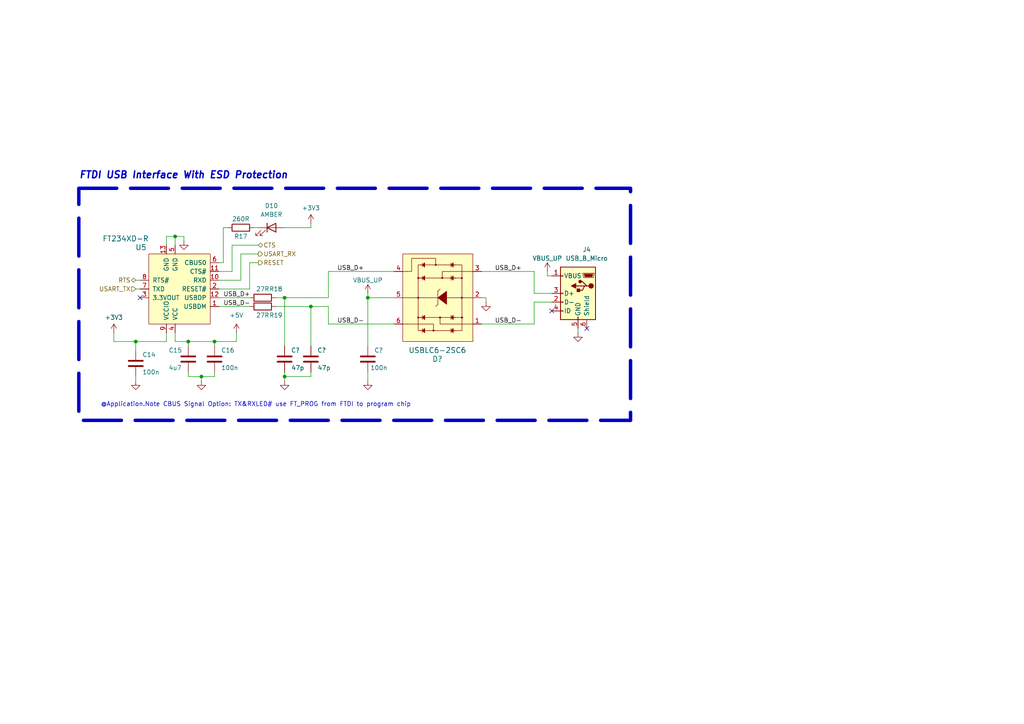
<source format=kicad_sch>
(kicad_sch (version 20230121) (generator eeschema)
  (paper "A4")
  (lib_symbols
    (symbol "Connector:USB_B_Micro" (pin_names (offset 1.016))
      (property "Reference" "J" (at -5.08 11.43 0))
      (property "Value" "USB_B_Micro" (at -5.08 8.89 0))
      (symbol "USB_B_Micro_0_1"
        (rectangle (start -5.08 -7.62) (end 5.08 7.62) (stroke (width 0.254)) (fill (type background)))
        (circle (center -3.81 2.159) (radius 0.635) (stroke (width 0.254)) (fill (type outline)))
        (circle (center -0.635 3.429) (radius 0.381) (stroke (width 0.254)) (fill (type outline)))
        (rectangle (start -0.127 -7.62) (end 0.127 -6.858))
        (polyline (pts (xy -1.905 2.159) (xy 0.635 2.159)) (stroke (width 0.254)))
        (polyline (pts (xy -3.175 2.159) (xy -2.54 2.159) (xy -1.27 3.429) (xy -0.635 3.429)) (stroke (width 0.254)))
        (polyline (pts (xy -2.54 2.159) (xy -1.905 2.159) (xy -1.27 0.889) (xy 0 0.889)) (stroke (width 0.254)))
        (polyline (pts (xy 0.635 2.794) (xy 0.635 1.524) (xy 1.905 2.159) (xy 0.635 2.794)) (stroke (width 0.254)) (fill (type outline)))
        (polyline (pts (xy -4.318 5.588) (xy -1.778 5.588) (xy -2.032 4.826) (xy -4.064 4.826) (xy -4.318 5.588)) (fill (type outline)))
        (polyline (pts (xy -4.699 5.842) (xy -4.699 5.588) (xy -4.445 4.826) (xy -4.445 4.572) (xy -1.651 4.572) (xy -1.651 4.826) (xy -1.397 5.588) (xy -1.397 5.842) (xy -4.699 5.842)))
        (rectangle (start 0.254 1.27) (end -0.508 0.508) (stroke (width 0.254)) (fill (type outline)))
        (rectangle (start 5.08 -5.207) (end 4.318 -4.953))
        (rectangle (start 5.08 -2.667) (end 4.318 -2.413))
        (rectangle (start 5.08 -0.127) (end 4.318 0.127))
        (rectangle (start 5.08 4.953) (end 4.318 5.207))
      )
      (symbol "USB_B_Micro_1_1"
        (pin power_out line (at 7.62 5.08 180) (length 2.54) (name "VBUS") (number "1"))
        (pin bidirectional line (at 7.62 -2.54 180) (length 2.54) (name "D-") (number "2"))
        (pin bidirectional line (at 7.62 0 180) (length 2.54) (name "D+") (number "3"))
        (pin passive line (at 7.62 -5.08 180) (length 2.54) (name "ID") (number "4"))
        (pin power_out line (at 0 -10.16 90) (length 2.54) (name "GND") (number "5"))
        (pin passive line (at -2.54 -10.16 90) (length 2.54) (name "Shield") (number "6"))
      )
    )
    (symbol "Device:C" (pin_numbers hide) (pin_names (offset 0.254))
      (property "Reference" "C" (at 0.635 2.54 0))
      (property "Value" "C" (at 0.635 -2.54 0))
      (symbol "C_0_1"
        (polyline (pts (xy -2.032 -0.762) (xy 2.032 -0.762)) (stroke (width 0.508)))
        (polyline (pts (xy -2.032 0.762) (xy 2.032 0.762)) (stroke (width 0.508)))
      )
      (symbol "C_1_1"
        (pin passive line (at 0 3.81 270) (length 2.794) (name "~") (number "1"))
        (pin passive line (at 0 -3.81 90) (length 2.794) (name "~") (number "2"))
      )
    )
    (symbol "Device:LED" (pin_numbers hide) (pin_names (offset 1.016) hide)
      (property "Reference" "D" (at 0 2.54 0))
      (property "Value" "LED" (at 0 -2.54 0))
      (symbol "LED_0_1"
        (polyline (pts (xy -1.27 -1.27) (xy -1.27 1.27)) (stroke (width 0.254)))
        (polyline (pts (xy -1.27 0) (xy 1.27 0)))
        (polyline (pts (xy 1.27 -1.27) (xy 1.27 1.27) (xy -1.27 0) (xy 1.27 -1.27)) (stroke (width 0.254)))
        (polyline (pts (xy -3.048 -0.762) (xy -4.572 -2.286) (xy -3.81 -2.286) (xy -4.572 -2.286) (xy -4.572 -1.524)))
        (polyline (pts (xy -1.778 -0.762) (xy -3.302 -2.286) (xy -2.54 -2.286) (xy -3.302 -2.286) (xy -3.302 -1.524)))
      )
      (symbol "LED_1_1"
        (pin passive line (at -3.81 0 0) (length 2.54) (name "K") (number "1"))
        (pin passive line (at 3.81 0 180) (length 2.54) (name "A") (number "2"))
      )
    )
    (symbol "Device:R" (pin_numbers hide) (pin_names (offset 0))
      (property "Reference" "R" (at 2.032 0 90))
      (property "Value" "R" (at 0 0 90))
      (symbol "R_0_1"
        (rectangle (start -1.016 -2.54) (end 1.016 2.54) (stroke (width 0.254)))
      )
      (symbol "R_1_1"
        (pin passive line (at 0 3.81 270) (length 1.27) (name "~") (number "1"))
        (pin passive line (at 0 -3.81 90) (length 1.27) (name "~") (number "2"))
      )
    )
    (symbol "RF_Parts:VBUS_UP" (power) (pin_names (offset 0))
      (property "Value" "VBUS_UP" (at 0 3.556 0))
      (symbol "VBUS_UP_0_1"
        (polyline (pts (xy -0.762 1.27) (xy 0 2.54)))
        (polyline (pts (xy 0 0) (xy 0 2.54)))
        (polyline (pts (xy 0 2.54) (xy 0.762 1.27)))
      )
      (symbol "VBUS_UP_1_1"
        (pin power_in line (at 0 0 90) (length 0) hide (name "VBUS_UP") (number "1"))
      )
    )
    (symbol "dk_Interface-Controllers:FT234XD-R" (pin_names (offset 1.016))
      (property "Reference" "U" (at -5.08 8.89 0))
      (property "Value" "FT234XD-R" (at 7.62 -15.24 0))
      (symbol "FT234XD-R_0_1"
        (rectangle (start -7.62 7.62) (end 10.16 -12.7) (fill (type background)))
      )
      (symbol "FT234XD-R_1_1"
        (pin bidirectional line (at -10.16 2.54 0) (length 2.54) (name "USBDM") (number "1"))
        (pin input line (at -10.16 -5.08 0) (length 2.54) (name "RXD") (number "10"))
        (pin input line (at -10.16 -7.62 0) (length 2.54) (name "CTS#") (number "11"))
        (pin bidirectional line (at -10.16 0 0) (length 2.54) (name "USBDP") (number "12"))
        (pin power_in line (at 5.08 -15.24 90) (length 2.54) (name "GND") (number "13"))
        (pin input line (at -10.16 -2.54 0) (length 2.54) (name "RESET#") (number "2"))
        (pin passive line (at 12.7 0 180) (length 2.54) (name "3.3VOUT") (number "3"))
        (pin power_in line (at 2.54 10.16 270) (length 2.54) (name "VCC") (number "4"))
        (pin power_in line (at 2.54 -15.24 90) (length 2.54) (name "GND") (number "5"))
        (pin bidirectional line (at -10.16 -10.16 0) (length 2.54) (name "CBUS0") (number "6"))
        (pin output line (at 12.7 -2.54 180) (length 2.54) (name "TXD") (number "7"))
        (pin output line (at 12.7 -5.08 180) (length 2.54) (name "RTS#") (number "8"))
        (pin power_in line (at 5.08 10.16 270) (length 2.54) (name "VCCIO") (number "9"))
      )
    )
    (symbol "dk_TVS-Diodes:USBLC6-2SC6" (pin_names (offset 1.016))
      (property "Reference" "D" (at -10.16 13.97 0))
      (property "Value" "USBLC6-2SC6" (at 0 -13.97 0))
      (symbol "USBLC6-2SC6_0_1"
        (rectangle (start -10.16 12.7) (end 10.16 -12.7) (fill (type background)))
        (circle (center -7.0104 5.7404) (radius 0.2032) (fill (type outline)))
        (circle (center -6.9596 -5.6896) (radius 0.2032) (fill (type outline)))
        (circle (center -6.9596 0) (radius 0.2032) (fill (type outline)))
        (circle (center -1.27 -5.7404) (radius 0.2032) (fill (type outline)))
        (circle (center -0.635 5.7404) (radius 0.2032) (fill (type outline)))
        (polyline (pts (xy -8.89 0) (xy -10.16 0)))
        (polyline (pts (xy -5.08 -9.525) (xy 5.08 -9.525)))
        (polyline (pts (xy -5.08 -5.715) (xy 5.08 -5.715)))
        (polyline (pts (xy -5.08 5.715) (xy 5.08 5.715)))
        (polyline (pts (xy -5.08 9.525) (xy 5.08 9.525)))
        (polyline (pts (xy -4.445 -5.715) (xy -6.985 -5.715)))
        (polyline (pts (xy -4.445 5.715) (xy -6.985 5.715)))
        (polyline (pts (xy -3.81 -8.89) (xy -3.81 -10.16)))
        (polyline (pts (xy -3.81 -5.08) (xy -3.81 -6.35)))
        (polyline (pts (xy -3.81 6.35) (xy -3.81 5.08)))
        (polyline (pts (xy -3.81 10.16) (xy -3.81 8.89)))
        (polyline (pts (xy 0 -1.905) (xy -0.635 -2.54)))
        (polyline (pts (xy 0 1.905) (xy 0 -1.905)))
        (polyline (pts (xy 0 1.905) (xy 0.635 2.54)))
        (polyline (pts (xy 4.445 -8.89) (xy 4.445 -10.16)))
        (polyline (pts (xy 4.445 -5.715) (xy 5.715 -5.715)))
        (polyline (pts (xy 4.445 -5.08) (xy 4.445 -6.35)))
        (polyline (pts (xy 4.445 5.715) (xy 5.715 5.715)))
        (polyline (pts (xy 4.445 6.35) (xy 4.445 5.08)))
        (polyline (pts (xy 4.445 8.89) (xy 4.445 8.89)))
        (polyline (pts (xy 4.445 10.16) (xy 4.445 8.89)))
        (polyline (pts (xy 5.588 0) (xy 10.16 0)))
        (polyline (pts (xy 5.715 0) (xy 0 0)))
        (polyline (pts (xy 5.715 5.715) (xy 5.715 5.715)))
        (polyline (pts (xy 8.89 -7.62) (xy 10.16 -7.62)))
        (polyline (pts (xy 8.89 7.62) (xy 10.414 7.62)))
        (polyline (pts (xy -10.16 -7.62) (xy -1.27 -7.62) (xy -1.27 -5.715)))
        (polyline (pts (xy -10.16 7.62) (xy -0.635 7.62) (xy -0.635 5.715)))
        (polyline (pts (xy -8.89 0) (xy -6.985 0) (xy 0 0)))
        (polyline (pts (xy 8.89 7.62) (xy 1.27 7.62) (xy 1.27 9.525)))
        (polyline (pts (xy -4.445 -9.525) (xy -6.985 -9.525) (xy -6.985 9.525) (xy -4.445 9.525)))
        (polyline (pts (xy -4.445 -8.89) (xy -4.445 -10.16) (xy -3.81 -9.525) (xy -4.445 -8.89)) (fill (type outline)))
        (polyline (pts (xy -4.445 -5.08) (xy -4.445 -6.35) (xy -3.81 -5.715) (xy -4.445 -5.08)) (fill (type outline)))
        (polyline (pts (xy -4.445 6.35) (xy -4.445 5.08) (xy -3.81 5.715) (xy -4.445 6.35)) (fill (type outline)))
        (polyline (pts (xy -4.445 10.16) (xy -4.445 8.89) (xy -3.81 9.525) (xy -4.445 10.16)) (fill (type outline)))
        (polyline (pts (xy -2.54 1.905) (xy -2.54 -1.905) (xy 0 0) (xy -2.54 1.905)) (fill (type outline)))
        (polyline (pts (xy 3.81 -8.89) (xy 3.81 -10.16) (xy 4.445 -9.525) (xy 3.81 -8.89)) (fill (type outline)))
        (polyline (pts (xy 3.81 -5.08) (xy 3.81 -6.35) (xy 4.445 -5.715) (xy 3.81 -5.08)) (fill (type outline)))
        (polyline (pts (xy 3.81 6.35) (xy 3.81 5.08) (xy 4.445 5.715) (xy 3.81 6.35)) (fill (type outline)))
        (polyline (pts (xy 3.81 10.16) (xy 3.81 8.89) (xy 4.445 9.525) (xy 3.81 10.16)) (fill (type outline)))
        (polyline (pts (xy 4.445 9.525) (xy 5.715 9.525) (xy 5.715 -9.525) (xy 4.445 -9.525)))
        (polyline (pts (xy 8.89 -7.62) (xy 7.62 -7.62) (xy 7.62 -11.43) (xy 0.635 -11.43) (xy 0.635 -9.525)))
        (circle (center 0.6096 -9.5504) (radius 0.2032) (fill (type outline)))
        (circle (center 1.27 9.4996) (radius 0.2032) (fill (type outline)))
        (circle (center 5.6896 -5.7404) (radius 0.2032) (fill (type outline)))
        (circle (center 5.6896 0) (radius 0.2032) (fill (type outline)))
        (circle (center 5.6896 5.7404) (radius 0.2032) (fill (type outline)))
      )
      (symbol "USBLC6-2SC6_1_1"
        (pin input line (at -12.7 7.62 0) (length 2.54) (name "~") (number "1"))
        (pin power_in line (at -12.7 0 0) (length 2.54) (name "~") (number "2"))
        (pin input line (at -12.7 -7.62 0) (length 2.54) (name "~") (number "3"))
        (pin input line (at 12.7 -7.62 180) (length 2.54) (name "~") (number "4"))
        (pin output line (at 12.7 0 180) (length 2.54) (name "~") (number "5"))
        (pin input line (at 12.7 7.62 180) (length 2.54) (name "~") (number "6"))
      )
    )
    (symbol "power:+3V3" (power) (pin_names (offset 0))
      (property "Value" "+3V3" (at 0 3.556 0))
      (symbol "+3V3_0_1"
        (polyline (pts (xy -0.762 1.27) (xy 0 2.54)))
        (polyline (pts (xy 0 0) (xy 0 2.54)))
        (polyline (pts (xy 0 2.54) (xy 0.762 1.27)))
      )
      (symbol "+3V3_1_1"
        (pin power_in line (at 0 0 90) (length 0) hide (name "+3V3") (number "1"))
      )
    )
    (symbol "power:+5V" (power) (pin_names (offset 0))
      (property "Value" "+5V" (at 0 3.556 0))
      (symbol "+5V_0_1"
        (polyline (pts (xy -0.762 1.27) (xy 0 2.54)))
        (polyline (pts (xy 0 0) (xy 0 2.54)))
        (polyline (pts (xy 0 2.54) (xy 0.762 1.27)))
      )
      (symbol "+5V_1_1"
        (pin power_in line (at 0 0 90) (length 0) hide (name "+5V") (number "1"))
      )
    )
    (symbol "power:GND" (power) (pin_names (offset 0))
      (property "Value" "GND" (at 0 -3.81 0))
      (symbol "GND_0_1"
        (polyline (pts (xy 0 0) (xy 0 -1.27) (xy 1.27 -1.27) (xy 0 -2.54) (xy -1.27 -1.27) (xy 0 -1.27)))
      )
      (symbol "GND_1_1"
        (pin power_in line (at 0 0 270) (length 0) hide (name "GND") (number "1"))
      )
    )
  )
  (junction (at 82.55 109.22))
  (junction (at 58.42 109.22))
  (junction (at 90.17 88.9))
  (junction (at 62.23 99.06))
  (junction (at 39.37 99.06))
  (junction (at 106.68 86.36))
  (junction (at 82.55 86.36))
  (junction (at 54.61 99.06))
  (junction (at 50.8 68.58))
  (no_connect (at 160.02 90.17))
  (no_connect (at 40.64 86.36))
  (no_connect (at 170.18 95.25))
  (wire (pts (xy 82.55 86.36) (xy 82.55 100.33)))
  (wire (pts (xy 72.39 83.82) (xy 63.5 83.82)))
  (wire (pts (xy 33.02 99.06) (xy 33.02 96.52)))
  (wire (pts (xy 40.64 83.82) (xy 39.37 83.82)))
  (wire (pts (xy 62.23 99.06) (xy 68.58 99.06)))
  (wire (pts (xy 54.61 109.22) (xy 58.42 109.22)))
  (wire (pts (xy 69.85 73.66) (xy 69.85 81.28)))
  (wire (pts (xy 63.5 88.9) (xy 72.39 88.9)))
  (wire (pts (xy 106.68 86.36) (xy 106.68 100.33)))
  (wire (pts (xy 67.31 71.12) (xy 67.31 78.74)))
  (wire (pts (xy 154.94 78.74) (xy 154.94 85.09)))
  (wire (pts (xy 74.93 73.66) (xy 69.85 73.66)))
  (wire (pts (xy 167.64 95.25) (xy 167.64 96.52)))
  (wire (pts (xy 139.7 93.98) (xy 154.94 93.98)))
  (wire (pts (xy 69.85 81.28) (xy 63.5 81.28)))
  (wire (pts (xy 39.37 109.22) (xy 39.37 110.49)))
  (wire (pts (xy 48.26 71.12) (xy 48.26 68.58)))
  (wire (pts (xy 106.68 85.09) (xy 106.68 86.36)))
  (wire (pts (xy 39.37 99.06) (xy 33.02 99.06)))
  (wire (pts (xy 54.61 107.95) (xy 54.61 109.22)))
  (wire (pts (xy 106.68 107.95) (xy 106.68 110.49)))
  (wire (pts (xy 58.42 109.22) (xy 62.23 109.22)))
  (wire (pts (xy 58.42 109.22) (xy 58.42 110.49)))
  (wire (pts (xy 82.55 86.36) (xy 80.01 86.36)))
  (wire (pts (xy 72.39 76.2) (xy 72.39 83.82)))
  (wire (pts (xy 82.55 107.95) (xy 82.55 109.22)))
  (wire (pts (xy 158.75 78.74) (xy 158.75 80.01)))
  (wire (pts (xy 140.97 86.36) (xy 139.7 86.36)))
  (wire (pts (xy 139.7 78.74) (xy 154.94 78.74)))
  (wire (pts (xy 90.17 88.9) (xy 95.25 88.9)))
  (wire (pts (xy 90.17 64.77) (xy 90.17 66.04)))
  (wire (pts (xy 158.75 80.01) (xy 160.02 80.01)))
  (wire (pts (xy 95.25 78.74) (xy 114.3 78.74)))
  (wire (pts (xy 39.37 81.28) (xy 40.64 81.28)))
  (wire (pts (xy 68.58 99.06) (xy 68.58 96.52)))
  (wire (pts (xy 67.31 78.74) (xy 63.5 78.74)))
  (wire (pts (xy 90.17 107.95) (xy 90.17 109.22)))
  (wire (pts (xy 48.26 68.58) (xy 50.8 68.58)))
  (wire (pts (xy 63.5 86.36) (xy 72.39 86.36)))
  (wire (pts (xy 66.04 66.04) (xy 64.77 66.04)))
  (wire (pts (xy 74.93 76.2) (xy 72.39 76.2)))
  (wire (pts (xy 95.25 78.74) (xy 95.25 86.36)))
  (wire (pts (xy 62.23 107.95) (xy 62.23 109.22)))
  (wire (pts (xy 48.26 99.06) (xy 39.37 99.06)))
  (wire (pts (xy 50.8 96.52) (xy 50.8 99.06)))
  (wire (pts (xy 140.97 87.63) (xy 140.97 86.36)))
  (wire (pts (xy 64.77 76.2) (xy 63.5 76.2)))
  (wire (pts (xy 53.34 68.58) (xy 53.34 69.85)))
  (wire (pts (xy 95.25 86.36) (xy 82.55 86.36)))
  (wire (pts (xy 154.94 87.63) (xy 160.02 87.63)))
  (wire (pts (xy 106.68 86.36) (xy 114.3 86.36)))
  (wire (pts (xy 90.17 88.9) (xy 90.17 100.33)))
  (wire (pts (xy 54.61 99.06) (xy 62.23 99.06)))
  (wire (pts (xy 80.01 88.9) (xy 90.17 88.9)))
  (wire (pts (xy 39.37 99.06) (xy 39.37 101.6)))
  (wire (pts (xy 50.8 68.58) (xy 50.8 71.12)))
  (wire (pts (xy 95.25 93.98) (xy 114.3 93.98)))
  (wire (pts (xy 90.17 109.22) (xy 82.55 109.22)))
  (wire (pts (xy 53.34 68.58) (xy 50.8 68.58)))
  (wire (pts (xy 74.93 66.04) (xy 73.66 66.04)))
  (wire (pts (xy 54.61 99.06) (xy 54.61 100.33)))
  (wire (pts (xy 48.26 96.52) (xy 48.26 99.06)))
  (wire (pts (xy 62.23 99.06) (xy 62.23 100.33)))
  (wire (pts (xy 74.93 71.12) (xy 67.31 71.12)))
  (wire (pts (xy 82.55 109.22) (xy 82.55 110.49)))
  (wire (pts (xy 95.25 88.9) (xy 95.25 93.98)))
  (wire (pts (xy 90.17 66.04) (xy 82.55 66.04)))
  (wire (pts (xy 64.77 66.04) (xy 64.77 76.2)))
  (wire (pts (xy 154.94 93.98) (xy 154.94 87.63)))
  (wire (pts (xy 50.8 99.06) (xy 54.61 99.06)))
  (wire (pts (xy 154.94 85.09) (xy 160.02 85.09)))
  (rectangle (start 22.86 54.61) (end 182.88 121.92) (stroke (width 1) (type dash)))
  (text "FTDI USB Interface With ESD Protection\n" (at 22.86 52.07 0) (effects (font (size 2 2) (thickness 0.4) bold italic) (justify left bottom)))
  (text "@Application.Note CBUS Signal Option: TX&RXLED# use FT_PROG from FTDI to program chip\n" (at 29.21 118.11 0) (effects (font (size 1.27 1.27)) (justify left bottom)))
  (label "USB_D+" (at 143.51 78.74 0))
  (label "USB_D-" (at 97.79 93.98 0))
  (label "USB_D-" (at 143.51 93.98 0))
  (label "USB_D-" (at 64.77 88.9 0))
  (label "USB_D+" (at 97.79 78.74 0))
  (label "USB_D+" (at 64.77 86.36 0))
  (hierarchical_label "USART_RX" (shape output) (at 74.93 73.66 0))
  (hierarchical_label "USART_TX" (shape input) (at 39.37 83.82 180))
  (hierarchical_label "CTS" (shape bidirectional) (at 74.93 71.12 0))
  (hierarchical_label "RTS" (shape bidirectional) (at 39.37 81.28 180))
  (hierarchical_label "RESET" (shape output) (at 74.93 76.2 0))
  (symbol (lib_id "dk_TVS-Diodes:USBLC6-2SC6") (at 127 86.36 180) (unit 1)
    (property "Reference" "D?" (at 126.873 104.14 0) (effects (font (size 1.524 1.524))))
    (property "Value" "USBLC6-2SC6" (at 126.873 101.6 0) (effects (font (size 1.524 1.524))))
    (property "Footprint" "digikey-footprints:SOT23-6L" (effects hide))
    (property "Datasheet" "http://www.st.com/content/ccc/resource/technical/document/datasheet/06/1d/48/9c/6c/20/4a/b2/CD00050750.pdf/files/CD00050750.pdf/jcr:content/translations/en.CD00050750.pdf" (effects hide))
    (property "Category" "Circuit Protection" (effects hide))
    (property "Description" "TVS DIODE 5.25V 17V SOT23-6" (effects hide))
    (property "LCSC #" "C7519" (effects hide))
    (instances (project "CAN-USB RF Module" (path "" (reference "D?") (unit 1)) (path "" (reference "D11") (unit 1))))
  )
  (symbol (lib_id "Device:C") (at 62.23 104.14 0) (unit 1)
    (property "Reference" "C16" (at 64.135 101.6 0) (effects (justify left)))
    (property "Value" "100n" (at 64.135 106.68 0) (effects (justify left)))
    (property "Footprint" "Capacitor_SMD:C_0402_1005Metric" (effects hide))
    (property "Description" "100nF -20%,+80% 16V Y5V 0402 Multilayer Ceramic Capacitors MLCC - SMD/SMT RoHS" (effects hide))
    (property "LCSC #" "C1525" (effects hide))
  )
  (symbol (lib_id "power:+3V3") (at 90.17 64.77 0) (unit 1)
    (property "Reference" "#PWR054" (effects hide))
    (property "Value" "+3V3" (at 90.17 60.325 0))
  )
  (symbol (lib_id "Device:R") (at 69.85 66.04 90) (unit 1)
    (property "Reference" "R17" (at 69.85 68.58 90))
    (property "Value" "260R" (at 69.85 63.5 90))
    (property "Footprint" "Resistor_SMD:R_0603_1608Metric" (effects hide))
    (property "LCSC #" "C22966" (effects hide))
  )
  (symbol (lib_id "RF_Parts:VBUS_UP") (at 106.68 85.09 0) (unit 1)
    (property "Reference" "#PWR055" (effects hide))
    (property "Value" "VBUS_UP" (at 106.68 81.28 0))
  )
  (symbol (lib_id "Device:C") (at 39.37 105.41 0) (unit 1)
    (property "Reference" "C14" (at 41.275 102.87 0) (effects (justify left)))
    (property "Value" "100n" (at 41.275 107.95 0) (effects (justify left)))
    (property "Footprint" "Capacitor_SMD:C_0402_1005Metric" (effects hide))
    (property "Description" "100nF -20%,+80% 16V Y5V 0402 Multilayer Ceramic Capacitors MLCC - SMD/SMT RoHS" (effects hide))
    (property "LCSC #" "C1525" (effects hide))
  )
  (symbol (lib_id "power:GND") (at 106.68 110.49 0) (unit 1)
    (property "Reference" "#PWR?" (effects hide))
    (property "Value" "GND" (effects hide))
    (instances (project "CAN-USB RF Module" (path "" (reference "#PWR?") (unit 1)) (path "" (reference "#PWR056") (unit 1))))
  )
  (symbol (lib_id "Device:R") (at 76.2 86.36 90) (unit 1)
    (property "Reference" "R18" (at 80.01 83.82 90))
    (property "Value" "27R" (at 76.2 83.82 90))
    (property "Footprint" "Resistor_SMD:R_0603_1608Metric" (effects hide))
    (property "LCSC #" "C2933185" (effects hide))
  )
  (symbol (lib_id "Connector:USB_B_Micro") (at 167.64 85.09 0) (mirror y) (unit 1)
    (property "Reference" "J4" (at 170.18 72.39 0))
    (property "Value" "USB_B_Micro" (at 170.18 74.93 0))
    (property "Footprint" "footprints:USB_Micro-B_Amphenol_10118194_Horizontal" (effects hide))
    (property "Description" "USB 2.0 1 Surface Mount 5P Female -30℃~+80℃ Micro-B SMD  USB Connectors ROHS" (effects hide))
    (property "LCSC #" "C428495" (effects hide))
  )
  (symbol (lib_id "dk_Interface-Controllers:FT234XD-R") (at 53.34 86.36 180) (unit 1)
    (property "Reference" "U5" (at 42.545 71.755 0) (effects (font (size 1.524 1.524)) (justify left)))
    (property "Value" "FT234XD-R" (at 43.18 69.215 0) (effects (font (size 1.524 1.524)) (justify left)))
    (property "Footprint" "digikey-footprints:DFN-12-1EP_3x3mm" (effects hide))
    (property "Datasheet" "http://www.ftdichip.com/Support/Documents/DataSheets/ICs/DS_FT234XD.pdf" (effects hide))
    (property "Category" "Integrated Circuits (ICs)" (effects hide))
    (property "Description" "IC USB SERIAL BASIC UART 12DFN" (effects hide))
    (property "LCSC #" "C132158" (effects hide))
  )
  (symbol (lib_id "Device:LED") (at 78.74 66.04 0) (unit 1)
    (property "Reference" "D10" (at 78.74 59.69 0))
    (property "Value" "AMBER" (at 78.74 62.23 0))
    (property "Footprint" "LED_SMD:LED_0603_1608Metric" (effects hide))
    (property "LCSC #" "C2842814" (effects hide))
    (property "Description" "White -40℃~+85℃ 605nm~605nm Amber 54mW 0603 Light Emitting Diodes (LED) ROHS" (effects hide))
  )
  (symbol (lib_id "RF_Parts:VBUS_UP") (at 158.75 78.74 0) (unit 1)
    (property "Reference" "#PWR058" (effects hide))
    (property "Value" "VBUS_UP" (at 158.75 74.93 0))
  )
  (symbol (lib_id "power:GND") (at 140.97 87.63 0) (unit 1)
    (property "Reference" "#PWR?" (effects hide))
    (property "Value" "GND" (effects hide))
    (instances (project "CAN-USB RF Module" (path "" (reference "#PWR?") (unit 1)) (path "" (reference "#PWR057") (unit 1))))
  )
  (symbol (lib_id "power:+5V") (at 68.58 96.52 0) (unit 1)
    (property "Reference" "#PWR052" (effects hide))
    (property "Value" "+5V" (at 68.58 91.44 0))
  )
  (symbol (lib_id "power:GND") (at 58.42 110.49 0) (unit 1)
    (property "Reference" "#PWR?" (effects hide))
    (property "Value" "GND" (effects hide))
    (instances (project "CAN-USB RF Module" (path "" (reference "#PWR?") (unit 1)) (path "" (reference "#PWR051") (unit 1))))
  )
  (symbol (lib_id "power:GND") (at 82.55 110.49 0) (unit 1)
    (property "Reference" "#PWR?" (effects hide))
    (property "Value" "GND" (effects hide))
    (instances (project "CAN-USB RF Module" (path "" (reference "#PWR?") (unit 1)) (path "" (reference "#PWR053") (unit 1))))
  )
  (symbol (lib_id "power:GND") (at 39.37 110.49 0) (unit 1)
    (property "Reference" "#PWR?" (effects hide))
    (property "Value" "GND" (effects hide))
    (instances (project "CAN-USB RF Module" (path "" (reference "#PWR?") (unit 1)) (path "" (reference "#PWR049") (unit 1))))
  )
  (symbol (lib_id "Device:C") (at 106.68 104.14 180) (unit 1)
    (property "Reference" "C?" (at 111.125 101.6 0) (effects (justify left)))
    (property "Value" "100n" (at 112.395 106.68 0) (effects (justify left)))
    (property "Footprint" "Capacitor_SMD:C_0402_1005Metric" (effects hide))
    (property "Description" "100nF -20%,+80% 16V Y5V 0402 Multilayer Ceramic Capacitors MLCC - SMD/SMT RoHS" (effects hide))
    (property "LCSC #" "C1525" (effects hide))
    (instances (project "CAN-USB RF Module" (path "" (reference "C?") (unit 1)) (path "" (reference "C19") (unit 1))))
  )
  (symbol (lib_id "Device:C") (at 82.55 104.14 180) (unit 1)
    (property "Reference" "C?" (at 86.995 101.6 0) (effects (justify left)))
    (property "Value" "47p" (at 88.265 106.68 0) (effects (justify left)))
    (property "Footprint" "Capacitor_SMD:C_0402_1005Metric" (effects hide))
    (property "LCSC #" "C1567" (effects hide))
    (instances (project "CAN-USB RF Module" (path "" (reference "C?") (unit 1)) (path "" (reference "C17") (unit 1))))
  )
  (symbol (lib_id "power:+3V3") (at 33.02 96.52 0) (unit 1)
    (property "Reference" "#PWR048" (effects hide))
    (property "Value" "+3V3" (at 33.02 92.075 0))
  )
  (symbol (lib_id "power:GND") (at 167.64 96.52 0) (unit 1)
    (property "Reference" "#PWR?" (effects hide))
    (property "Value" "GND" (effects hide))
    (instances (project "CAN-USB RF Module" (path "" (reference "#PWR?") (unit 1)) (path "" (reference "#PWR059") (unit 1))))
  )
  (symbol (lib_id "power:GND") (at 53.34 69.85 0) (unit 1)
    (property "Reference" "#PWR?" (effects hide))
    (property "Value" "GND" (effects hide))
    (instances (project "CAN-USB RF Module" (path "" (reference "#PWR?") (unit 1)) (path "" (reference "#PWR050") (unit 1))))
  )
  (symbol (lib_id "Device:C") (at 90.17 104.14 180) (unit 1)
    (property "Reference" "C?" (at 94.615 101.6 0) (effects (justify left)))
    (property "Value" "47p" (at 95.885 106.68 0) (effects (justify left)))
    (property "Footprint" "Capacitor_SMD:C_0402_1005Metric" (effects hide))
    (property "LCSC #" "C1567" (effects hide))
    (instances (project "CAN-USB RF Module" (path "" (reference "C?") (unit 1)) (path "" (reference "C18") (unit 1))))
  )
  (symbol (lib_id "Device:C") (at 54.61 104.14 0) (unit 1)
    (property "Reference" "C15" (at 48.895 101.6 0) (effects (justify left)))
    (property "Value" "4u7" (at 48.895 106.68 0) (effects (justify left)))
    (property "Footprint" "Capacitor_SMD:C_0603_1608Metric" (effects hide))
    (property "LCSC #" "C307423" (effects hide))
  )
  (symbol (lib_id "Device:R") (at 76.2 88.9 90) (unit 1)
    (property "Reference" "R19" (at 80.01 91.44 90))
    (property "Value" "27R" (at 76.2 91.44 90))
    (property "Footprint" "Resistor_SMD:R_0603_1608Metric" (effects hide))
    (property "LCSC #" "C2933185" (effects hide))
  )
)
</source>
